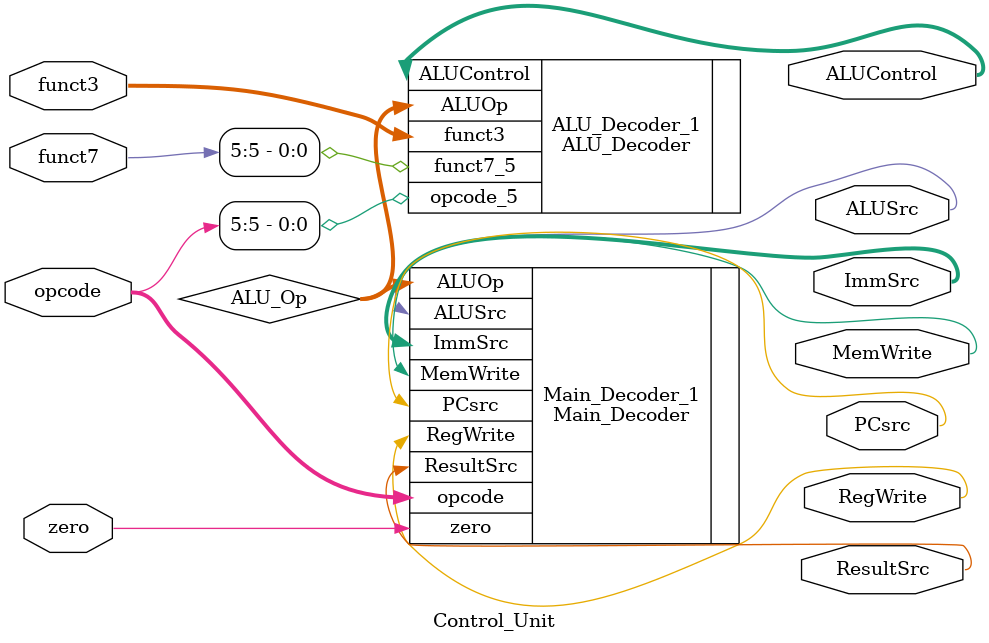
<source format=v>
module Control_Unit(
    input [6:0]opcode, funct7,
    input [2:0] funct3,
    input zero,
      
    output PCsrc, RegWrite, ALUSrc, MemWrite, ResultSrc,
    output [1:0] ImmSrc,
    output [2:0] ALUControl
);

wire [1:0] ALU_Op;

Main_Decoder Main_Decoder_1(.opcode(opcode),
                            .zero(zero),
                            .PCsrc(PCsrc),
                            .RegWrite(RegWrite),
                            .ALUSrc(ALUSrc),
                            .MemWrite(MemWrite),
                            .ResultSrc(ResultSrc),
                            .ImmSrc(ImmSrc),
                            .ALUOp(ALU_Op));

ALU_Decoder ALU_Decoder_1(.opcode_5(opcode[5]),
                            .funct7_5(funct7[5]),                                      
                            .funct3(funct3),
                            .ALUOp(ALU_Op),
                            .ALUControl(ALUControl));


endmodule

</source>
